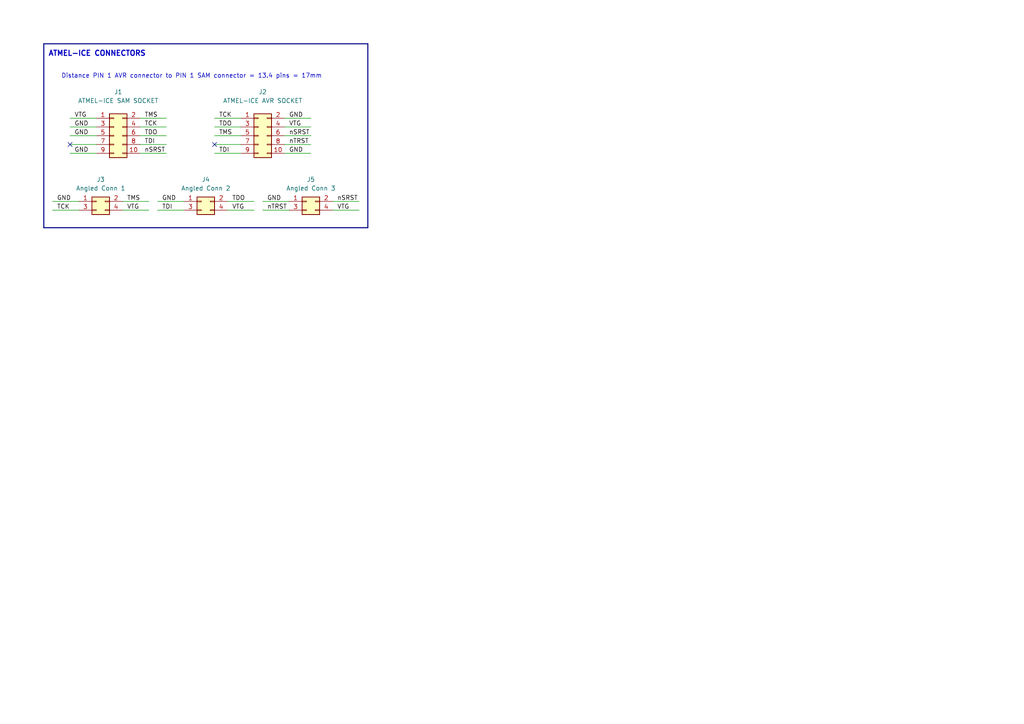
<source format=kicad_sch>
(kicad_sch (version 20211123) (generator eeschema)
  (paper "A4")
  (title_block (title "ATMEL-ICE-OCTOPUS") (rev "${rev}") (comment 1 "${license}") (comment 2 "(e.g. SPI connector on Arduino Due)") (comment 3 "With monitoring of VCCIO to avoid damaging targets due to bad wiring") (comment 4 "Adapter for using ATMEL-ICE with various targets"))
  (lib_symbols
    (symbol "Connector_Generic:Conn_02x02_Odd_Even" (pin_names (offset 1.016) hide)
      (property "Reference" "J" (at 1.27 2.54 0))
      (property "Value" "Conn_02x02_Odd_Even" (at 1.27 -5.08 0))
      (symbol "Conn_02x02_Odd_Even_1_1"
        (rectangle (start -1.27 -2.413) (end 0 -2.667) (stroke (width 0.1524)))
        (rectangle (start -1.27 0.127) (end 0 -0.127) (stroke (width 0.1524)))
        (rectangle (start -1.27 1.27) (end 3.81 -3.81) (stroke (width 0.254)) (fill (type background)))
        (rectangle (start 3.81 -2.413) (end 2.54 -2.667) (stroke (width 0.1524)))
        (rectangle (start 3.81 0.127) (end 2.54 -0.127) (stroke (width 0.1524)))
        (pin passive line (at -5.08 0 0) (length 3.81) (name "Pin_1") (number "1"))
        (pin passive line (at 7.62 0 180) (length 3.81) (name "Pin_2") (number "2"))
        (pin passive line (at -5.08 -2.54 0) (length 3.81) (name "Pin_3") (number "3"))
        (pin passive line (at 7.62 -2.54 180) (length 3.81) (name "Pin_4") (number "4"))
      )
    )
    (symbol "Connector_Generic:Conn_02x05_Odd_Even" (pin_names (offset 1.016) hide)
      (property "Reference" "J" (at 1.27 7.62 0))
      (property "Value" "Conn_02x05_Odd_Even" (at 1.27 -7.62 0))
      (symbol "Conn_02x05_Odd_Even_1_1"
        (rectangle (start -1.27 -4.953) (end 0 -5.207) (stroke (width 0.1524)))
        (rectangle (start -1.27 -2.413) (end 0 -2.667) (stroke (width 0.1524)))
        (rectangle (start -1.27 0.127) (end 0 -0.127) (stroke (width 0.1524)))
        (rectangle (start -1.27 2.667) (end 0 2.413) (stroke (width 0.1524)))
        (rectangle (start -1.27 5.207) (end 0 4.953) (stroke (width 0.1524)))
        (rectangle (start -1.27 6.35) (end 3.81 -6.35) (stroke (width 0.254)) (fill (type background)))
        (rectangle (start 3.81 -4.953) (end 2.54 -5.207) (stroke (width 0.1524)))
        (rectangle (start 3.81 -2.413) (end 2.54 -2.667) (stroke (width 0.1524)))
        (rectangle (start 3.81 0.127) (end 2.54 -0.127) (stroke (width 0.1524)))
        (rectangle (start 3.81 2.667) (end 2.54 2.413) (stroke (width 0.1524)))
        (rectangle (start 3.81 5.207) (end 2.54 4.953) (stroke (width 0.1524)))
        (pin passive line (at -5.08 5.08 0) (length 3.81) (name "Pin_1") (number "1"))
        (pin passive line (at 7.62 -5.08 180) (length 3.81) (name "Pin_10") (number "10"))
        (pin passive line (at 7.62 5.08 180) (length 3.81) (name "Pin_2") (number "2"))
        (pin passive line (at -5.08 2.54 0) (length 3.81) (name "Pin_3") (number "3"))
        (pin passive line (at 7.62 2.54 180) (length 3.81) (name "Pin_4") (number "4"))
        (pin passive line (at -5.08 0 0) (length 3.81) (name "Pin_5") (number "5"))
        (pin passive line (at 7.62 0 180) (length 3.81) (name "Pin_6") (number "6"))
        (pin passive line (at -5.08 -2.54 0) (length 3.81) (name "Pin_7") (number "7"))
        (pin passive line (at 7.62 -2.54 180) (length 3.81) (name "Pin_8") (number "8"))
        (pin passive line (at -5.08 -5.08 0) (length 3.81) (name "Pin_9") (number "9"))
      )
    )
  )
  (no_connect (at 20.32 41.91))
  (no_connect (at 62.23 41.91))
  (wire (pts (xy 20.32 36.83) (xy 27.94 36.83)))
  (wire (pts (xy 96.52 58.42) (xy 104.14 58.42)))
  (wire (pts (xy 45.72 58.42) (xy 53.34 58.42)))
  (wire (pts (xy 82.55 41.91) (xy 90.17 41.91)))
  (wire (pts (xy 62.23 39.37) (xy 69.85 39.37)))
  (wire (pts (xy 96.52 60.96) (xy 104.14 60.96)))
  (bus (pts (xy 12.7 12.7) (xy 12.7 66.04)))
  (wire (pts (xy 66.04 58.42) (xy 73.66 58.42)))
  (wire (pts (xy 20.32 39.37) (xy 27.94 39.37)))
  (wire (pts (xy 15.24 60.96) (xy 22.86 60.96)))
  (wire (pts (xy 40.64 44.45) (xy 48.26 44.45)))
  (wire (pts (xy 62.23 36.83) (xy 69.85 36.83)))
  (wire (pts (xy 62.23 41.91) (xy 69.85 41.91)))
  (wire (pts (xy 82.55 36.83) (xy 90.17 36.83)))
  (wire (pts (xy 76.2 58.42) (xy 83.82 58.42)))
  (wire (pts (xy 82.55 39.37) (xy 90.17 39.37)))
  (wire (pts (xy 45.72 60.96) (xy 53.34 60.96)))
  (wire (pts (xy 62.23 34.29) (xy 69.85 34.29)))
  (wire (pts (xy 62.23 44.45) (xy 69.85 44.45)))
  (wire (pts (xy 40.64 41.91) (xy 48.26 41.91)))
  (wire (pts (xy 82.55 44.45) (xy 90.17 44.45)))
  (wire (pts (xy 40.64 39.37) (xy 48.26 39.37)))
  (wire (pts (xy 20.32 34.29) (xy 27.94 34.29)))
  (bus (pts (xy 12.7 12.7) (xy 106.68 12.7)))
  (wire (pts (xy 40.64 36.83) (xy 48.26 36.83)))
  (wire (pts (xy 35.56 60.96) (xy 43.18 60.96)))
  (wire (pts (xy 20.32 41.91) (xy 27.94 41.91)))
  (wire (pts (xy 15.24 58.42) (xy 22.86 58.42)))
  (wire (pts (xy 82.55 34.29) (xy 90.17 34.29)))
  (bus (pts (xy 106.68 66.04) (xy 106.68 12.7)))
  (wire (pts (xy 35.56 58.42) (xy 43.18 58.42)))
  (wire (pts (xy 40.64 34.29) (xy 48.26 34.29)))
  (wire (pts (xy 20.32 44.45) (xy 27.94 44.45)))
  (wire (pts (xy 76.2 60.96) (xy 83.82 60.96)))
  (bus (pts (xy 12.7 66.04) (xy 106.68 66.04)))
  (wire (pts (xy 66.04 60.96) (xy 73.66 60.96)))
  (text "Distance PIN 1 AVR connector to PIN 1 SAM connector = 13.4 pins = 17mm " (at 17.78 22.86 0) (effects (font (size 1.27 1.27)) (justify left bottom)))
  (text "ATMEL-ICE CONNECTORS" (at 13.97 16.51 0) (effects (font (size 1.5 1.5) (thickness 0.3) bold) (justify left bottom)))
  (label "TDI" (at 46.99 60.96 0))
  (label "GND" (at 46.99 58.42 0))
  (label "TDI" (at 41.91 41.91 0))
  (label "nTRST" (at 83.82 41.91 0))
  (label "nSRST" (at 83.82 39.37 0))
  (label "nSRST" (at 41.91 44.45 0))
  (label "TMS" (at 41.91 34.29 0))
  (label "VTG" (at 21.59 34.29 0))
  (label "GND" (at 21.59 39.37 0))
  (label "GND" (at 83.82 34.29 0))
  (label "VTG" (at 36.83 60.96 0))
  (label "TCK" (at 63.5 34.29 0))
  (label "GND" (at 83.82 44.45 0))
  (label "VTG" (at 97.79 60.96 0))
  (label "TMS" (at 63.5 39.37 0))
  (label "TCK" (at 41.91 36.83 0))
  (label "TCK" (at 16.51 60.96 0))
  (label "GND" (at 16.51 58.42 0))
  (label "TDO" (at 67.31 58.42 0))
  (label "TDI" (at 63.5 44.45 0))
  (label "TDO" (at 63.5 36.83 0))
  (label "VTG" (at 83.82 36.83 0))
  (label "GND" (at 21.59 36.83 0))
  (label "VTG" (at 67.31 60.96 0))
  (label "GND" (at 77.47 58.42 0))
  (label "GND" (at 21.59 44.45 0))
  (label "nSRST" (at 97.79 58.42 0))
  (label "TMS" (at 36.83 58.42 0))
  (label "nTRST" (at 77.47 60.96 0))
  (label "TDO" (at 41.91 39.37 0))
  (symbol (lib_id "Connector_Generic:Conn_02x05_Odd_Even") (at 33.02 39.37 0) (unit 1)
    (property "Reference" "J1" (at 34.29 26.67 0))
    (property "Value" "ATMEL-ICE SAM SOCKET" (at 34.29 29.21 0))
    (property "Footprint" "AA-OSA-connectors:PinSocket_2x05_P1.27mm_Vertical_AtmelICE_WithTab" (effects hide))
  )
  (symbol (lib_id "Connector_Generic:Conn_02x02_Odd_Even") (at 58.42 58.42 0) (unit 1)
    (property "Reference" "J4" (at 59.69 52.07 0))
    (property "Value" "Angled Conn 2" (at 59.69 54.61 0))
    (property "Footprint" "AA-OSA-connectors:PinHeader_2x02_P2.54mm_Vertical_NoSilk" (effects hide))
  )
  (symbol (lib_id "Connector_Generic:Conn_02x02_Odd_Even") (at 88.9 58.42 0) (unit 1)
    (property "Reference" "J5" (at 90.17 52.07 0))
    (property "Value" "Angled Conn 3" (at 90.17 54.61 0))
    (property "Footprint" "AA-OSA-connectors:PinHeader_2x02_P2.54mm_Vertical_NoSilk" (effects hide))
  )
  (symbol (lib_id "Connector_Generic:Conn_02x02_Odd_Even") (at 27.94 58.42 0) (unit 1)
    (property "Reference" "J3" (at 29.21 52.07 0))
    (property "Value" "Angled Conn 1" (at 29.21 54.61 0))
    (property "Footprint" "AA-OSA-connectors:PinHeader_2x02_P2.54mm_Vertical_NoSilk" (effects hide))
  )
  (symbol (lib_id "Connector_Generic:Conn_02x05_Odd_Even") (at 74.93 39.37 0) (unit 1)
    (property "Reference" "J2" (at 76.2 26.67 0))
    (property "Value" "ATMEL-ICE AVR SOCKET" (at 76.2 29.21 0))
    (property "Footprint" "AA-OSA-connectors:PinSocket_2x05_P1.27mm_Vertical_AtmelICE_WithTab" (effects hide))
  )
)
</source>
